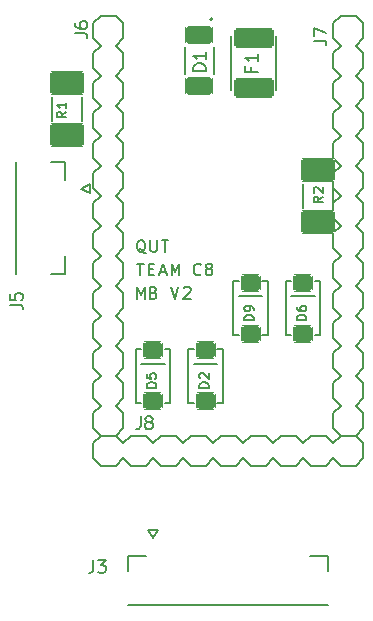
<source format=gbr>
G04 --- HEADER BEGIN --- *
G04 #@! TF.GenerationSoftware,LibrePCB,LibrePCB,1.1.0*
G04 #@! TF.CreationDate,2024-04-23T21:01:02*
G04 #@! TF.ProjectId,motherboard (Version 2),e7e7bca0-b6b9-4684-b626-93943a2f5169,version_2*
G04 #@! TF.Part,Single*
G04 #@! TF.SameCoordinates*
G04 #@! TF.FileFunction,Legend,Top*
G04 #@! TF.FilePolarity,Positive*
%FSLAX66Y66*%
%MOMM*%
G01*
G75*
G04 --- HEADER END --- *
G04 --- APERTURE LIST BEGIN --- *
%ADD10C,0.2032*%
%ADD11C,0.127*%
%ADD12C,0.1524*%
%ADD13C,0.2*%
%ADD14C,0.15*%
%ADD15C,2.0796*%
%AMROUNDEDRECT16*20,1,1.47,-0.735,0.0,0.735,0.0,0.0*20,1,1.27,-0.835,0.0,0.835,0.0,0.0*1,1,0.2,-0.735,0.635*1,1,0.2,0.735,0.635*1,1,0.2,0.735,-0.635*1,1,0.2,-0.735,-0.635*%
%ADD16ROUNDEDRECT16*%
%AMROUNDEDRECT17*20,1,1.7,-1.6,0.0,1.6,0.0,0.0*20,1,1.5,-1.7,0.0,1.7,0.0,0.0*1,1,0.2,-1.6,0.75*1,1,0.2,1.6,0.75*1,1,0.2,1.6,-0.75*1,1,0.2,-1.6,-0.75*%
%ADD17ROUNDEDRECT17*%
%ADD18C,0.01*%
%ADD19C,1.708*%
%ADD20C,2.825*%
%AMROUNDEDRECT21*20,1,2.0,-1.35,0.0,1.35,0.0,0.0*20,1,1.8,-1.45,0.0,1.45,0.0,0.0*1,1,0.2,-1.35,0.9*1,1,0.2,1.35,0.9*1,1,0.2,1.35,-0.9*1,1,0.2,-1.35,-0.9*%
%ADD21ROUNDEDRECT21*%
%AMROUNDEDRECT22*20,1,1.6,-1.05,0.0,1.05,0.0,0.0*20,1,1.4,-1.15,0.0,1.15,0.0,0.0*1,1,0.2,-1.05,0.7*1,1,0.2,1.05,0.7*1,1,0.2,1.05,-0.7*1,1,0.2,-1.05,-0.7*%
%ADD22ROUNDEDRECT22*%
%ADD23C,3.2*%
G04 --- APERTURE LIST END --- *
G04 --- BOARD BEGIN --- *
D10*
G04 #@! TO.C,J6*
X41910000Y71755000D02*
X43180000Y71755000D01*
X43815000Y71120000D01*
X43815000Y69850000D01*
X43180000Y69215000D01*
X43815000Y68580000D01*
X43815000Y67310000D01*
X43180000Y66675000D01*
X43815000Y66040000D01*
X43815000Y64770000D01*
X43180000Y64135000D01*
X43815000Y63500000D01*
X43815000Y62230000D01*
X43180000Y61595000D01*
X43815000Y60960000D01*
X43815000Y59690000D01*
X43180000Y59055000D01*
X43815000Y58420000D01*
X43815000Y57150000D01*
X43180000Y56515000D01*
X43815000Y55880000D01*
X43815000Y54610000D01*
X43180000Y53975000D01*
X43815000Y53340000D01*
X43815000Y52070000D01*
X43180000Y51435000D01*
X43815000Y50800000D01*
X43815000Y49530000D01*
X43180000Y48895000D01*
X43815000Y48260000D01*
X43815000Y46990000D01*
X43180000Y46355000D01*
X43815000Y45720000D01*
X43815000Y44450000D01*
X43180000Y43815000D01*
X43815000Y43180000D01*
X43815000Y41910000D01*
X43180000Y41275000D01*
X43815000Y40640000D01*
X43815000Y39370000D01*
X43180000Y38735000D01*
X43815000Y38100000D01*
X43815000Y36830000D01*
X43180000Y36195000D01*
X41910000Y36195000D01*
X41275000Y36830000D01*
X41275000Y38100000D01*
X41910000Y38735000D01*
X41275000Y39370000D01*
X41275000Y40640000D01*
X41910000Y41275000D01*
X41275000Y41910000D01*
X41275000Y43180000D01*
X41910000Y43815000D01*
X41275000Y44450000D01*
X41275000Y45720000D01*
X41910000Y46355000D01*
X41275000Y46990000D01*
X41275000Y48260000D01*
X41910000Y48895000D01*
X41275000Y49530000D01*
X41275000Y50800000D01*
X41910000Y51435000D01*
X41275000Y52070000D01*
X41275000Y53340000D01*
X41910000Y53975000D01*
X41275000Y54610000D01*
X41275000Y55880000D01*
X41910000Y56515000D01*
X41275000Y57150000D01*
X41275000Y58420000D01*
X41910000Y59055000D01*
X41275000Y59690000D01*
X41275000Y60960000D01*
X41910000Y61595000D01*
X41275000Y62230000D01*
X41275000Y63500000D01*
X41910000Y64135000D01*
X41275000Y64770000D01*
X41275000Y66040000D01*
X41910000Y66675000D01*
X41275000Y67310000D01*
X41275000Y68580000D01*
X41910000Y69215000D01*
X41275000Y69850000D01*
X41275000Y71120000D01*
X41910000Y71755000D01*
G04 #@! TO.C,D2*
X49800000Y38975000D02*
X49350000Y38975000D01*
X49350000Y43575000D01*
X49800000Y43575000D01*
X51800000Y43575000D02*
X52250000Y43575000D01*
X52250000Y38975000D01*
X51800000Y38975000D01*
X49800000Y42275000D02*
X51800000Y42275000D01*
D11*
G04 #@! TO.C,F1*
X52966500Y70045000D02*
X52966500Y65495000D01*
X56793500Y65495000D02*
X56793500Y70045000D01*
D10*
G04 #@! TO.C,J7*
X62230000Y71755000D02*
X63500000Y71755000D01*
X64135000Y71120000D01*
X64135000Y69850000D01*
X63500000Y69215000D01*
X64135000Y68580000D01*
X64135000Y67310000D01*
X63500000Y66675000D01*
X64135000Y66040000D01*
X64135000Y64770000D01*
X63500000Y64135000D01*
X64135000Y63500000D01*
X64135000Y62230000D01*
X63500000Y61595000D01*
X64135000Y60960000D01*
X64135000Y59690000D01*
X63500000Y59055000D01*
X64135000Y58420000D01*
X64135000Y57150000D01*
X63500000Y56515000D01*
X64135000Y55880000D01*
X64135000Y54610000D01*
X63500000Y53975000D01*
X64135000Y53340000D01*
X64135000Y52070000D01*
X63500000Y51435000D01*
X64135000Y50800000D01*
X64135000Y49530000D01*
X63500000Y48895000D01*
X64135000Y48260000D01*
X64135000Y46990000D01*
X63500000Y46355000D01*
X64135000Y45720000D01*
X64135000Y44450000D01*
X63500000Y43815000D01*
X64135000Y43180000D01*
X64135000Y41910000D01*
X63500000Y41275000D01*
X64135000Y40640000D01*
X64135000Y39370000D01*
X63500000Y38735000D01*
X64135000Y38100000D01*
X64135000Y36830000D01*
X63500000Y36195000D01*
X62230000Y36195000D01*
X61595000Y36830000D01*
X61595000Y38100000D01*
X62230000Y38735000D01*
X61595000Y39370000D01*
X61595000Y40640000D01*
X62230000Y41275000D01*
X61595000Y41910000D01*
X61595000Y43180000D01*
X62230000Y43815000D01*
X61595000Y44450000D01*
X61595000Y45720000D01*
X62230000Y46355000D01*
X61595000Y46990000D01*
X61595000Y48260000D01*
X62230000Y48895000D01*
X61595000Y49530000D01*
X61595000Y50800000D01*
X62230000Y51435000D01*
X61595000Y52070000D01*
X61595000Y53340000D01*
X62230000Y53975000D01*
X61595000Y54610000D01*
X61595000Y55880000D01*
X62230000Y56515000D01*
X61595000Y57150000D01*
X61595000Y58420000D01*
X62230000Y59055000D01*
X61595000Y59690000D01*
X61595000Y60960000D01*
X62230000Y61595000D01*
X61595000Y62230000D01*
X61595000Y63500000D01*
X62230000Y64135000D01*
X61595000Y64770000D01*
X61595000Y66040000D01*
X62230000Y66675000D01*
X61595000Y67310000D01*
X61595000Y68580000D01*
X62230000Y69215000D01*
X61595000Y69850000D01*
X61595000Y71120000D01*
X62230000Y71755000D01*
D11*
G04 #@! TO.C,J3*
X44205000Y24780000D02*
X44205000Y26030000D01*
X45735000Y26030000D01*
X45928000Y28212000D02*
X46328000Y27512000D01*
X46728000Y28212000D01*
X45928000Y28212000D01*
X59675000Y26030000D02*
X61205000Y26030000D01*
X61205000Y24780000D01*
X44205000Y21830000D02*
X61205000Y21830000D01*
D10*
G04 #@! TO.C,J8*
X64135000Y35560000D02*
X64135000Y34290000D01*
X63500000Y33655000D01*
X62230000Y33655000D01*
X61595000Y34290000D01*
X60960000Y33655000D01*
X59690000Y33655000D01*
X59055000Y34290000D01*
X58420000Y33655000D01*
X57150000Y33655000D01*
X56515000Y34290000D01*
X55880000Y33655000D01*
X54610000Y33655000D01*
X53975000Y34290000D01*
X53340000Y33655000D01*
X52070000Y33655000D01*
X51435000Y34290000D01*
X50800000Y33655000D01*
X49530000Y33655000D01*
X48895000Y34290000D01*
X48260000Y33655000D01*
X46990000Y33655000D01*
X46355000Y34290000D01*
X45720000Y33655000D01*
X44450000Y33655000D01*
X43815000Y34290000D01*
X43180000Y33655000D01*
X41910000Y33655000D01*
X41275000Y34290000D01*
X41275000Y35560000D01*
X41910000Y36195000D01*
X43180000Y36195000D01*
X43815000Y35560000D01*
X44450000Y36195000D01*
X45720000Y36195000D01*
X46355000Y35560000D01*
X46990000Y36195000D01*
X48260000Y36195000D01*
X48895000Y35560000D01*
X49530000Y36195000D01*
X50800000Y36195000D01*
X51435000Y35560000D01*
X52070000Y36195000D01*
X53340000Y36195000D01*
X53975000Y35560000D01*
X54610000Y36195000D01*
X55880000Y36195000D01*
X56515000Y35560000D01*
X57150000Y36195000D01*
X58420000Y36195000D01*
X59055000Y35560000D01*
X59690000Y36195000D01*
X60960000Y36195000D01*
X61595000Y35560000D01*
X62230000Y36195000D01*
X63500000Y36195000D01*
X64135000Y35560000D01*
G04 #@! TO.C,D9*
X53610000Y44690000D02*
X53160000Y44690000D01*
X53160000Y49290000D01*
X53610000Y49290000D01*
X55610000Y49290000D02*
X56060000Y49290000D01*
X56060000Y44690000D01*
X55610000Y44690000D01*
X53610000Y47990000D02*
X55610000Y47990000D01*
D11*
G04 #@! TO.C,J5*
X40985000Y57510000D02*
X40285000Y57110000D01*
X40985000Y56710000D01*
X40985000Y57510000D01*
X34730000Y59360000D02*
X34730000Y49860000D01*
X38930000Y51390000D02*
X38930000Y49860000D01*
X37680000Y49860000D01*
X37680000Y59360000D02*
X38930000Y59360000D01*
X38930000Y57830000D01*
D12*
G04 #@! TO.C,R2*
X61570000Y55513000D02*
X61570000Y57531000D01*
X59080000Y55488000D02*
X59080000Y57542000D01*
D10*
G04 #@! TO.C,D5*
X45355000Y38975000D02*
X44905000Y38975000D01*
X44905000Y43575000D01*
X45355000Y43575000D01*
X47355000Y43575000D02*
X47805000Y43575000D01*
X47805000Y38975000D01*
X47355000Y38975000D01*
X45355000Y42275000D02*
X47355000Y42275000D01*
G04 #@! TO.C,D6*
X58055000Y44690000D02*
X57605000Y44690000D01*
X57605000Y49290000D01*
X58055000Y49290000D01*
X60055000Y49290000D02*
X60505000Y49290000D01*
X60505000Y44690000D01*
X60055000Y44690000D01*
X58055000Y47990000D02*
X60055000Y47990000D01*
D11*
G04 #@! TO.C,D1*
X49020000Y66790000D02*
X49020000Y69150000D01*
X51520000Y69150000D02*
X51520000Y66790000D01*
D13*
X51370000Y71470000D02*
G02*
X51170000Y71470000I-100000J0D01*
G01*
G02*
X51370000Y71470000I100000J0D01*
G01*
D12*
G04 #@! TO.C,R1*
X37820000Y64867000D02*
X37820000Y62849000D01*
X40310000Y64892000D02*
X40310000Y62838000D01*
D14*
G04 #@! TO.C,J6*
X39716700Y70295209D02*
X40487943Y70295209D01*
X40641472Y70243633D01*
X40744624Y70140481D01*
X40796200Y69986952D01*
X40796200Y69883800D01*
X39716700Y71175671D02*
X39716700Y70969366D01*
X39768276Y70866214D01*
X39819852Y70815837D01*
X39973381Y70712685D01*
X40179686Y70661109D01*
X40591095Y70661109D01*
X40693048Y70712685D01*
X40744624Y70764261D01*
X40796200Y70866214D01*
X40796200Y71072518D01*
X40744624Y71175671D01*
X40693048Y71226047D01*
X40591095Y71277623D01*
X40333214Y71277623D01*
X40231262Y71226047D01*
X40179686Y71175671D01*
X40128109Y71072518D01*
X40128109Y70866214D01*
X40179686Y70764261D01*
X40231262Y70712685D01*
X40333214Y70661109D01*
G04 #@! TO.C,D2*
X51054000Y40259000D02*
X50254000Y40259000D01*
X50254000Y40449222D01*
X50292222Y40563889D01*
X50368667Y40640333D01*
X50444222Y40677667D01*
X50597111Y40715889D01*
X50710889Y40715889D01*
X50863778Y40677667D01*
X50939333Y40640333D01*
X51015778Y40563889D01*
X51054000Y40449222D01*
X51054000Y40259000D01*
X50330444Y41064111D02*
X50292222Y41102333D01*
X50254000Y41177889D01*
X50254000Y41369000D01*
X50292222Y41444556D01*
X50330444Y41482778D01*
X50406000Y41521000D01*
X50482444Y41521000D01*
X50597111Y41482778D01*
X51054000Y41025889D01*
X51054000Y41521000D01*
G04 #@! TO.C,F1*
X54644562Y67387857D02*
X54644562Y67028024D01*
X55209500Y67028024D02*
X54130000Y67028024D01*
X54130000Y67542586D01*
X55209500Y68525000D02*
X55209500Y67908486D01*
X55209500Y68216743D02*
X54130000Y68216743D01*
X54284728Y68113591D01*
X54386681Y68011638D01*
X54438257Y67908486D01*
G04 #@! TO.C,J7*
X59956700Y69660209D02*
X60727943Y69660209D01*
X60881472Y69608633D01*
X60984624Y69505481D01*
X61036200Y69351952D01*
X61036200Y69248800D01*
X59956700Y70026109D02*
X59956700Y70745776D01*
X61036200Y70282790D01*
G04 #@! TO.C,J3*
X41306009Y25670000D02*
X41306009Y24898757D01*
X41254433Y24745228D01*
X41151281Y24642076D01*
X40997752Y24590500D01*
X40894600Y24590500D01*
X41671909Y25670000D02*
X42340000Y25670000D01*
X41980166Y25258591D01*
X42134895Y25258591D01*
X42236847Y25207014D01*
X42288423Y25155438D01*
X42340000Y25053486D01*
X42340000Y24795605D01*
X42288423Y24693652D01*
X42236847Y24642076D01*
X42134895Y24590500D01*
X41826637Y24590500D01*
X41723485Y24642076D01*
X41671909Y24693652D01*
G04 #@! TO.C,J8*
X45325209Y37833300D02*
X45325209Y37062057D01*
X45273633Y36908528D01*
X45170481Y36805376D01*
X45016952Y36753800D01*
X44913800Y36753800D01*
X45896214Y37370314D02*
X45794261Y37421891D01*
X45742685Y37473467D01*
X45691109Y37576619D01*
X45691109Y37628195D01*
X45742685Y37730148D01*
X45794261Y37781724D01*
X45896214Y37833300D01*
X46102518Y37833300D01*
X46205671Y37781724D01*
X46256047Y37730148D01*
X46307623Y37628195D01*
X46307623Y37576619D01*
X46256047Y37473467D01*
X46205671Y37421891D01*
X46102518Y37370314D01*
X45896214Y37370314D01*
X45794261Y37318738D01*
X45742685Y37268362D01*
X45691109Y37165209D01*
X45691109Y36958905D01*
X45742685Y36856952D01*
X45794261Y36805376D01*
X45896214Y36753800D01*
X46102518Y36753800D01*
X46205671Y36805376D01*
X46256047Y36856952D01*
X46307623Y36958905D01*
X46307623Y37165209D01*
X46256047Y37268362D01*
X46205671Y37318738D01*
X46102518Y37370314D01*
G04 #@! TO.C,D9*
X54864000Y45974000D02*
X54064000Y45974000D01*
X54064000Y46164222D01*
X54102222Y46278889D01*
X54178667Y46355333D01*
X54254222Y46392667D01*
X54407111Y46430889D01*
X54520889Y46430889D01*
X54673778Y46392667D01*
X54749333Y46355333D01*
X54825778Y46278889D01*
X54864000Y46164222D01*
X54864000Y45974000D01*
X54864000Y46817333D02*
X54864000Y46969333D01*
X54825778Y47045778D01*
X54787556Y47084000D01*
X54673778Y47159556D01*
X54520889Y47197778D01*
X54216000Y47197778D01*
X54140444Y47159556D01*
X54102222Y47122222D01*
X54064000Y47045778D01*
X54064000Y46892889D01*
X54102222Y46817333D01*
X54140444Y46779111D01*
X54216000Y46740889D01*
X54407111Y46740889D01*
X54482667Y46779111D01*
X54520889Y46817333D01*
X54559111Y46892889D01*
X54559111Y47045778D01*
X54520889Y47122222D01*
X54482667Y47159556D01*
X54407111Y47197778D01*
G04 #@! TO.C,J5*
X34220500Y47301409D02*
X34991743Y47301409D01*
X35145272Y47249833D01*
X35248424Y47146681D01*
X35300000Y46993152D01*
X35300000Y46890000D01*
X34220500Y48232247D02*
X34220500Y47718885D01*
X34735062Y47667309D01*
X34683486Y47718885D01*
X34631909Y47822037D01*
X34631909Y48078718D01*
X34683486Y48181871D01*
X34735062Y48232247D01*
X34837014Y48283823D01*
X35094895Y48283823D01*
X35196848Y48232247D01*
X35248424Y48181871D01*
X35300000Y48078718D01*
X35300000Y47822037D01*
X35248424Y47718885D01*
X35196848Y47667309D01*
G04 #@! TO.C,R2*
X60737500Y56431889D02*
X60356167Y56165222D01*
X60737500Y55975000D02*
X59937500Y55975000D01*
X59937500Y56279889D01*
X59975722Y56356333D01*
X60013944Y56393667D01*
X60089500Y56431889D01*
X60204167Y56431889D01*
X60280611Y56393667D01*
X60318833Y56356333D01*
X60356167Y56279889D01*
X60356167Y55975000D01*
X60013944Y56780111D02*
X59975722Y56818333D01*
X59937500Y56893889D01*
X59937500Y57085000D01*
X59975722Y57160556D01*
X60013944Y57198778D01*
X60089500Y57237000D01*
X60165944Y57237000D01*
X60280611Y57198778D01*
X60737500Y56741889D01*
X60737500Y57237000D01*
G04 #@! TO.C,D5*
X46609000Y40259000D02*
X45809000Y40259000D01*
X45809000Y40449222D01*
X45847222Y40563889D01*
X45923667Y40640333D01*
X45999222Y40677667D01*
X46152111Y40715889D01*
X46265889Y40715889D01*
X46418778Y40677667D01*
X46494333Y40640333D01*
X46570778Y40563889D01*
X46609000Y40449222D01*
X46609000Y40259000D01*
X45809000Y41444556D02*
X45809000Y41064111D01*
X46190333Y41025889D01*
X46152111Y41064111D01*
X46113889Y41140556D01*
X46113889Y41330778D01*
X46152111Y41407222D01*
X46190333Y41444556D01*
X46265889Y41482778D01*
X46457000Y41482778D01*
X46532556Y41444556D01*
X46570778Y41407222D01*
X46609000Y41330778D01*
X46609000Y41140556D01*
X46570778Y41064111D01*
X46532556Y41025889D01*
G04 #@! TO.C,D6*
X59309000Y45974000D02*
X58509000Y45974000D01*
X58509000Y46164222D01*
X58547222Y46278889D01*
X58623667Y46355333D01*
X58699222Y46392667D01*
X58852111Y46430889D01*
X58965889Y46430889D01*
X59118778Y46392667D01*
X59194333Y46355333D01*
X59270778Y46278889D01*
X59309000Y46164222D01*
X59309000Y45974000D01*
X58509000Y47122222D02*
X58509000Y46969333D01*
X58547222Y46892889D01*
X58585444Y46855556D01*
X58699222Y46779111D01*
X58852111Y46740889D01*
X59157000Y46740889D01*
X59232556Y46779111D01*
X59270778Y46817333D01*
X59309000Y46892889D01*
X59309000Y47045778D01*
X59270778Y47122222D01*
X59232556Y47159556D01*
X59157000Y47197778D01*
X58965889Y47197778D01*
X58890333Y47159556D01*
X58852111Y47122222D01*
X58813889Y47045778D01*
X58813889Y46892889D01*
X58852111Y46817333D01*
X58890333Y46779111D01*
X58965889Y46740889D01*
G04 #@! TO.C,D1*
X50809500Y67101072D02*
X49730000Y67101072D01*
X49730000Y67357753D01*
X49781576Y67512481D01*
X49884728Y67615634D01*
X49986681Y67666010D01*
X50192986Y67717586D01*
X50346514Y67717586D01*
X50552819Y67666010D01*
X50654772Y67615634D01*
X50757924Y67512481D01*
X50809500Y67357753D01*
X50809500Y67101072D01*
X50809500Y68700000D02*
X50809500Y68083486D01*
X50809500Y68391743D02*
X49730000Y68391743D01*
X49884728Y68288591D01*
X49986681Y68186638D01*
X50038257Y68083486D01*
G04 #@! TO.C,R1*
X39007500Y63638111D02*
X38626167Y63371444D01*
X39007500Y63181222D02*
X38207500Y63181222D01*
X38207500Y63486111D01*
X38245722Y63562555D01*
X38283944Y63599889D01*
X38359500Y63638111D01*
X38474167Y63638111D01*
X38550611Y63599889D01*
X38588833Y63562555D01*
X38626167Y63486111D01*
X38626167Y63181222D01*
X39007500Y64405000D02*
X39007500Y63948111D01*
X39007500Y64176555D02*
X38207500Y64176555D01*
X38322167Y64100111D01*
X38397722Y64024555D01*
X38435944Y63948111D01*
D13*
G04 #@! TD*
X45714444Y51659998D02*
X45618889Y51707776D01*
X45523333Y51803332D01*
X45381111Y51945554D01*
X45285556Y51993332D01*
X45190000Y51993332D01*
X45237778Y51755554D02*
X45143333Y51803332D01*
X45047778Y51898887D01*
X45000000Y52088887D01*
X45000000Y52422221D01*
X45047778Y52612221D01*
X45143333Y52707776D01*
X45237778Y52755554D01*
X45428889Y52755554D01*
X45523333Y52707776D01*
X45618889Y52612221D01*
X45666667Y52422221D01*
X45666667Y52088887D01*
X45618889Y51898887D01*
X45523333Y51803332D01*
X45428889Y51755554D01*
X45237778Y51755554D01*
X46114444Y52755554D02*
X46114444Y51945554D01*
X46162222Y51851110D01*
X46210000Y51803332D01*
X46304444Y51755554D01*
X46495555Y51755554D01*
X46591111Y51803332D01*
X46637777Y51851110D01*
X46685555Y51945554D01*
X46685555Y52755554D01*
X47085555Y52755554D02*
X47656666Y52755554D01*
X47371111Y51755554D02*
X47371111Y52755554D01*
X45000000Y50777777D02*
X45571111Y50777777D01*
X45285556Y49777777D02*
X45285556Y50777777D01*
X45971111Y50301110D02*
X46304444Y50301110D01*
X46447778Y49777777D02*
X45971111Y49777777D01*
X45971111Y50777777D01*
X46447778Y50777777D01*
X46943334Y50063333D02*
X47418889Y50063333D01*
X46847778Y49777777D02*
X47181111Y50777777D01*
X47514445Y49777777D01*
X47914445Y49777777D02*
X47914445Y50777777D01*
X48247778Y50063333D01*
X48581112Y50777777D01*
X48581112Y49777777D01*
X50400000Y49873333D02*
X50352222Y49825555D01*
X50210000Y49777777D01*
X50114444Y49777777D01*
X49971111Y49825555D01*
X49876667Y49921110D01*
X49828889Y50015555D01*
X49781111Y50206666D01*
X49781111Y50348888D01*
X49828889Y50539999D01*
X49876667Y50634444D01*
X49971111Y50729999D01*
X50114444Y50777777D01*
X50210000Y50777777D01*
X50352222Y50729999D01*
X50400000Y50682221D01*
X50990000Y50348888D02*
X50895556Y50396666D01*
X50847778Y50444444D01*
X50800000Y50539999D01*
X50800000Y50587777D01*
X50847778Y50682221D01*
X50895556Y50729999D01*
X50990000Y50777777D01*
X51181111Y50777777D01*
X51276667Y50729999D01*
X51323333Y50682221D01*
X51371111Y50587777D01*
X51371111Y50539999D01*
X51323333Y50444444D01*
X51276667Y50396666D01*
X51181111Y50348888D01*
X50990000Y50348888D01*
X50895556Y50301110D01*
X50847778Y50254444D01*
X50800000Y50158888D01*
X50800000Y49967777D01*
X50847778Y49873333D01*
X50895556Y49825555D01*
X50990000Y49777777D01*
X51181111Y49777777D01*
X51276667Y49825555D01*
X51323333Y49873333D01*
X51371111Y49967777D01*
X51371111Y50158888D01*
X51323333Y50254444D01*
X51276667Y50301110D01*
X51181111Y50348888D01*
X45000000Y47800000D02*
X45000000Y48800000D01*
X45333333Y48085556D01*
X45666667Y48800000D01*
X45666667Y47800000D01*
X46400000Y48323333D02*
X46543334Y48276667D01*
X46590000Y48228889D01*
X46637778Y48133333D01*
X46637778Y47990000D01*
X46590000Y47895556D01*
X46543334Y47847778D01*
X46447778Y47800000D01*
X46066667Y47800000D01*
X46066667Y48800000D01*
X46400000Y48800000D01*
X46495556Y48752222D01*
X46543334Y48704444D01*
X46590000Y48610000D01*
X46590000Y48514444D01*
X46543334Y48418889D01*
X46495556Y48371111D01*
X46400000Y48323333D01*
X46066667Y48323333D01*
X47837777Y48800000D02*
X48171110Y47800000D01*
X48504444Y48800000D01*
X48952222Y48704444D02*
X49000000Y48752222D01*
X49094444Y48800000D01*
X49333333Y48800000D01*
X49427777Y48752222D01*
X49475555Y48704444D01*
X49523333Y48610000D01*
X49523333Y48514444D01*
X49475555Y48371111D01*
X48904444Y47800000D01*
X49523333Y47800000D01*
%LPC*%
D15*
G04 #@! TO.C,J6*
X42545000Y62865000D03*
X42545000Y65405000D03*
X42545000Y70485000D03*
X42545000Y60325000D03*
X42545000Y40005000D03*
X42545000Y42545000D03*
X42545000Y47625000D03*
X42545000Y52705000D03*
X42545000Y37465000D03*
X42545000Y57785000D03*
X42545000Y67945000D03*
X42545000Y45085000D03*
X42545000Y55245000D03*
X42545000Y50165000D03*
D16*
G04 #@! TO.C,D2*
X50800000Y43425000D03*
X50800000Y39125000D03*
D17*
G04 #@! TO.C,F1*
X54880000Y69870000D03*
X54880000Y65670000D03*
D15*
G04 #@! TO.C,J7*
X62865000Y62865000D03*
X62865000Y65405000D03*
X62865000Y70485000D03*
X62865000Y60325000D03*
X62865000Y40005000D03*
X62865000Y42545000D03*
X62865000Y47625000D03*
X62865000Y52705000D03*
X62865000Y37465000D03*
X62865000Y57785000D03*
X62865000Y67945000D03*
X62865000Y45085000D03*
X62865000Y55245000D03*
X62865000Y50165000D03*
D18*
G04 #@! TO.C,J3*
G36*
X50681200Y26356200D02*
X49728800Y26356200D01*
X49728800Y25003800D01*
X50681200Y25003800D01*
X50681200Y26356200D01*
G37*
G36*
X51931200Y26356200D02*
X50978800Y26356200D01*
X50978800Y25003800D01*
X51931200Y25003800D01*
X51931200Y26356200D01*
G37*
G36*
X46931200Y26356200D02*
X45978800Y26356200D01*
X45978800Y25003800D01*
X46931200Y25003800D01*
X46931200Y26356200D01*
G37*
G36*
X55681200Y26356200D02*
X54728800Y26356200D01*
X54728800Y25003800D01*
X55681200Y25003800D01*
X55681200Y26356200D01*
G37*
G36*
X58181200Y26356200D02*
X57228800Y26356200D01*
X57228800Y25003800D01*
X58181200Y25003800D01*
X58181200Y26356200D01*
G37*
G36*
X54431200Y26356200D02*
X53478800Y26356200D01*
X53478800Y25003800D01*
X54431200Y25003800D01*
X54431200Y26356200D01*
G37*
G36*
X61581200Y24536200D02*
X60128800Y24536200D01*
X60128800Y22233800D01*
X61581200Y22233800D01*
X61581200Y24536200D01*
G37*
G36*
X56931200Y26356200D02*
X55978800Y26356200D01*
X55978800Y25003800D01*
X56931200Y25003800D01*
X56931200Y26356200D01*
G37*
G36*
X48181200Y26356200D02*
X47228800Y26356200D01*
X47228800Y25003800D01*
X48181200Y25003800D01*
X48181200Y26356200D01*
G37*
G36*
X49431200Y26356200D02*
X48478800Y26356200D01*
X48478800Y25003800D01*
X49431200Y25003800D01*
X49431200Y26356200D01*
G37*
G36*
X53181200Y26356200D02*
X52228800Y26356200D01*
X52228800Y25003800D01*
X53181200Y25003800D01*
X53181200Y26356200D01*
G37*
G36*
X45281200Y24536200D02*
X43828800Y24536200D01*
X43828800Y22233800D01*
X45281200Y22233800D01*
X45281200Y24536200D01*
G37*
G36*
X59431200Y26356200D02*
X58478800Y26356200D01*
X58478800Y25003800D01*
X59431200Y25003800D01*
X59431200Y26356200D01*
G37*
D15*
G04 #@! TO.C,J8*
X52705000Y34925000D03*
X45085000Y34925000D03*
X47625000Y34925000D03*
X55245000Y34925000D03*
X42545000Y34925000D03*
X50165000Y34925000D03*
X57785000Y34925000D03*
X60325000Y34925000D03*
X62865000Y34925000D03*
D16*
G04 #@! TO.C,D9*
X54610000Y49140000D03*
X54610000Y44840000D03*
D18*
G04 #@! TO.C,J5*
G36*
X39256200Y52883800D02*
X39256200Y53836200D01*
X37903800Y53836200D01*
X37903800Y52883800D01*
X39256200Y52883800D01*
G37*
G36*
X37436200Y49483800D02*
X37436200Y50936200D01*
X35133800Y50936200D01*
X35133800Y49483800D01*
X37436200Y49483800D01*
G37*
G36*
X39256200Y51633800D02*
X39256200Y52586200D01*
X37903800Y52586200D01*
X37903800Y51633800D01*
X39256200Y51633800D01*
G37*
G36*
X39256200Y54133800D02*
X39256200Y55086200D01*
X37903800Y55086200D01*
X37903800Y54133800D01*
X39256200Y54133800D01*
G37*
G36*
X37436200Y58283800D02*
X37436200Y59736200D01*
X35133800Y59736200D01*
X35133800Y58283800D01*
X37436200Y58283800D01*
G37*
G36*
X39256200Y55383800D02*
X39256200Y56336200D01*
X37903800Y56336200D01*
X37903800Y55383800D01*
X39256200Y55383800D01*
G37*
G36*
X39256200Y56633800D02*
X39256200Y57586200D01*
X37903800Y57586200D01*
X37903800Y56633800D01*
X39256200Y56633800D01*
G37*
D19*
G04 #@! TO.C,J4*
X58220000Y71150000D03*
X47220000Y71150000D03*
D20*
X50220000Y61150000D03*
X55220000Y61150000D03*
D15*
G04 #@! TO.C,S1*
X52705000Y54610000D03*
X55245000Y54610000D03*
X50165000Y54610000D03*
D21*
G04 #@! TO.C,R2*
X60325000Y58715000D03*
X60325000Y54315000D03*
D16*
G04 #@! TO.C,D5*
X46355000Y43425000D03*
X46355000Y39125000D03*
G04 #@! TO.C,D6*
X59055000Y49140000D03*
X59055000Y44840000D03*
D22*
G04 #@! TO.C,D1*
X50270000Y70170000D03*
X50270000Y65770000D03*
D21*
G04 #@! TO.C,R1*
X39065000Y61665000D03*
X39065000Y66065000D03*
D23*
G04 #@! TD*
X35800000Y41000000D03*
X36000000Y72000000D03*
G04 --- BOARD END --- *
G04 #@! TF.MD5,5809825b067bec78a6d56979d1b0446e*
M02*

</source>
